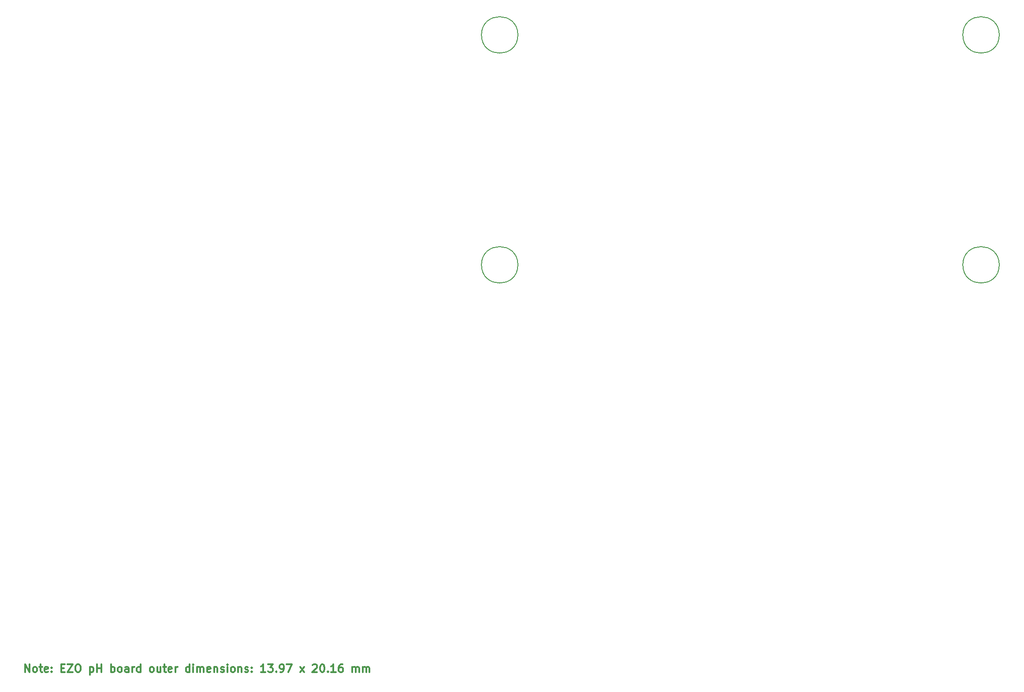
<source format=gbr>
%TF.GenerationSoftware,KiCad,Pcbnew,7.0.9*%
%TF.CreationDate,2024-04-08T18:15:03-04:00*%
%TF.ProjectId,WIRED-pH-EZO-Carrier-revA1,57495245-442d-4704-982d-455a4f2d4361,revA1*%
%TF.SameCoordinates,Original*%
%TF.FileFunction,Other,Comment*%
%FSLAX46Y46*%
G04 Gerber Fmt 4.6, Leading zero omitted, Abs format (unit mm)*
G04 Created by KiCad (PCBNEW 7.0.9) date 2024-04-08 18:15:03*
%MOMM*%
%LPD*%
G01*
G04 APERTURE LIST*
%ADD10C,0.300000*%
%ADD11C,0.150000*%
G04 APERTURE END LIST*
D10*
X18842510Y-185474828D02*
X18842510Y-183974828D01*
X18842510Y-183974828D02*
X19699653Y-185474828D01*
X19699653Y-185474828D02*
X19699653Y-183974828D01*
X20628225Y-185474828D02*
X20485368Y-185403400D01*
X20485368Y-185403400D02*
X20413939Y-185331971D01*
X20413939Y-185331971D02*
X20342511Y-185189114D01*
X20342511Y-185189114D02*
X20342511Y-184760542D01*
X20342511Y-184760542D02*
X20413939Y-184617685D01*
X20413939Y-184617685D02*
X20485368Y-184546257D01*
X20485368Y-184546257D02*
X20628225Y-184474828D01*
X20628225Y-184474828D02*
X20842511Y-184474828D01*
X20842511Y-184474828D02*
X20985368Y-184546257D01*
X20985368Y-184546257D02*
X21056797Y-184617685D01*
X21056797Y-184617685D02*
X21128225Y-184760542D01*
X21128225Y-184760542D02*
X21128225Y-185189114D01*
X21128225Y-185189114D02*
X21056797Y-185331971D01*
X21056797Y-185331971D02*
X20985368Y-185403400D01*
X20985368Y-185403400D02*
X20842511Y-185474828D01*
X20842511Y-185474828D02*
X20628225Y-185474828D01*
X21556797Y-184474828D02*
X22128225Y-184474828D01*
X21771082Y-183974828D02*
X21771082Y-185260542D01*
X21771082Y-185260542D02*
X21842511Y-185403400D01*
X21842511Y-185403400D02*
X21985368Y-185474828D01*
X21985368Y-185474828D02*
X22128225Y-185474828D01*
X23199654Y-185403400D02*
X23056797Y-185474828D01*
X23056797Y-185474828D02*
X22771083Y-185474828D01*
X22771083Y-185474828D02*
X22628225Y-185403400D01*
X22628225Y-185403400D02*
X22556797Y-185260542D01*
X22556797Y-185260542D02*
X22556797Y-184689114D01*
X22556797Y-184689114D02*
X22628225Y-184546257D01*
X22628225Y-184546257D02*
X22771083Y-184474828D01*
X22771083Y-184474828D02*
X23056797Y-184474828D01*
X23056797Y-184474828D02*
X23199654Y-184546257D01*
X23199654Y-184546257D02*
X23271083Y-184689114D01*
X23271083Y-184689114D02*
X23271083Y-184831971D01*
X23271083Y-184831971D02*
X22556797Y-184974828D01*
X23913939Y-185331971D02*
X23985368Y-185403400D01*
X23985368Y-185403400D02*
X23913939Y-185474828D01*
X23913939Y-185474828D02*
X23842511Y-185403400D01*
X23842511Y-185403400D02*
X23913939Y-185331971D01*
X23913939Y-185331971D02*
X23913939Y-185474828D01*
X23913939Y-184546257D02*
X23985368Y-184617685D01*
X23985368Y-184617685D02*
X23913939Y-184689114D01*
X23913939Y-184689114D02*
X23842511Y-184617685D01*
X23842511Y-184617685D02*
X23913939Y-184546257D01*
X23913939Y-184546257D02*
X23913939Y-184689114D01*
X25771082Y-184689114D02*
X26271082Y-184689114D01*
X26485368Y-185474828D02*
X25771082Y-185474828D01*
X25771082Y-185474828D02*
X25771082Y-183974828D01*
X25771082Y-183974828D02*
X26485368Y-183974828D01*
X26985368Y-183974828D02*
X27985368Y-183974828D01*
X27985368Y-183974828D02*
X26985368Y-185474828D01*
X26985368Y-185474828D02*
X27985368Y-185474828D01*
X28842511Y-183974828D02*
X29128225Y-183974828D01*
X29128225Y-183974828D02*
X29271082Y-184046257D01*
X29271082Y-184046257D02*
X29413939Y-184189114D01*
X29413939Y-184189114D02*
X29485368Y-184474828D01*
X29485368Y-184474828D02*
X29485368Y-184974828D01*
X29485368Y-184974828D02*
X29413939Y-185260542D01*
X29413939Y-185260542D02*
X29271082Y-185403400D01*
X29271082Y-185403400D02*
X29128225Y-185474828D01*
X29128225Y-185474828D02*
X28842511Y-185474828D01*
X28842511Y-185474828D02*
X28699654Y-185403400D01*
X28699654Y-185403400D02*
X28556796Y-185260542D01*
X28556796Y-185260542D02*
X28485368Y-184974828D01*
X28485368Y-184974828D02*
X28485368Y-184474828D01*
X28485368Y-184474828D02*
X28556796Y-184189114D01*
X28556796Y-184189114D02*
X28699654Y-184046257D01*
X28699654Y-184046257D02*
X28842511Y-183974828D01*
X31271082Y-184474828D02*
X31271082Y-185974828D01*
X31271082Y-184546257D02*
X31413940Y-184474828D01*
X31413940Y-184474828D02*
X31699654Y-184474828D01*
X31699654Y-184474828D02*
X31842511Y-184546257D01*
X31842511Y-184546257D02*
X31913940Y-184617685D01*
X31913940Y-184617685D02*
X31985368Y-184760542D01*
X31985368Y-184760542D02*
X31985368Y-185189114D01*
X31985368Y-185189114D02*
X31913940Y-185331971D01*
X31913940Y-185331971D02*
X31842511Y-185403400D01*
X31842511Y-185403400D02*
X31699654Y-185474828D01*
X31699654Y-185474828D02*
X31413940Y-185474828D01*
X31413940Y-185474828D02*
X31271082Y-185403400D01*
X32628225Y-185474828D02*
X32628225Y-183974828D01*
X32628225Y-184689114D02*
X33485368Y-184689114D01*
X33485368Y-185474828D02*
X33485368Y-183974828D01*
X35342511Y-185474828D02*
X35342511Y-183974828D01*
X35342511Y-184546257D02*
X35485369Y-184474828D01*
X35485369Y-184474828D02*
X35771083Y-184474828D01*
X35771083Y-184474828D02*
X35913940Y-184546257D01*
X35913940Y-184546257D02*
X35985369Y-184617685D01*
X35985369Y-184617685D02*
X36056797Y-184760542D01*
X36056797Y-184760542D02*
X36056797Y-185189114D01*
X36056797Y-185189114D02*
X35985369Y-185331971D01*
X35985369Y-185331971D02*
X35913940Y-185403400D01*
X35913940Y-185403400D02*
X35771083Y-185474828D01*
X35771083Y-185474828D02*
X35485369Y-185474828D01*
X35485369Y-185474828D02*
X35342511Y-185403400D01*
X36913940Y-185474828D02*
X36771083Y-185403400D01*
X36771083Y-185403400D02*
X36699654Y-185331971D01*
X36699654Y-185331971D02*
X36628226Y-185189114D01*
X36628226Y-185189114D02*
X36628226Y-184760542D01*
X36628226Y-184760542D02*
X36699654Y-184617685D01*
X36699654Y-184617685D02*
X36771083Y-184546257D01*
X36771083Y-184546257D02*
X36913940Y-184474828D01*
X36913940Y-184474828D02*
X37128226Y-184474828D01*
X37128226Y-184474828D02*
X37271083Y-184546257D01*
X37271083Y-184546257D02*
X37342512Y-184617685D01*
X37342512Y-184617685D02*
X37413940Y-184760542D01*
X37413940Y-184760542D02*
X37413940Y-185189114D01*
X37413940Y-185189114D02*
X37342512Y-185331971D01*
X37342512Y-185331971D02*
X37271083Y-185403400D01*
X37271083Y-185403400D02*
X37128226Y-185474828D01*
X37128226Y-185474828D02*
X36913940Y-185474828D01*
X38699655Y-185474828D02*
X38699655Y-184689114D01*
X38699655Y-184689114D02*
X38628226Y-184546257D01*
X38628226Y-184546257D02*
X38485369Y-184474828D01*
X38485369Y-184474828D02*
X38199655Y-184474828D01*
X38199655Y-184474828D02*
X38056797Y-184546257D01*
X38699655Y-185403400D02*
X38556797Y-185474828D01*
X38556797Y-185474828D02*
X38199655Y-185474828D01*
X38199655Y-185474828D02*
X38056797Y-185403400D01*
X38056797Y-185403400D02*
X37985369Y-185260542D01*
X37985369Y-185260542D02*
X37985369Y-185117685D01*
X37985369Y-185117685D02*
X38056797Y-184974828D01*
X38056797Y-184974828D02*
X38199655Y-184903400D01*
X38199655Y-184903400D02*
X38556797Y-184903400D01*
X38556797Y-184903400D02*
X38699655Y-184831971D01*
X39413940Y-185474828D02*
X39413940Y-184474828D01*
X39413940Y-184760542D02*
X39485369Y-184617685D01*
X39485369Y-184617685D02*
X39556798Y-184546257D01*
X39556798Y-184546257D02*
X39699655Y-184474828D01*
X39699655Y-184474828D02*
X39842512Y-184474828D01*
X40985369Y-185474828D02*
X40985369Y-183974828D01*
X40985369Y-185403400D02*
X40842511Y-185474828D01*
X40842511Y-185474828D02*
X40556797Y-185474828D01*
X40556797Y-185474828D02*
X40413940Y-185403400D01*
X40413940Y-185403400D02*
X40342511Y-185331971D01*
X40342511Y-185331971D02*
X40271083Y-185189114D01*
X40271083Y-185189114D02*
X40271083Y-184760542D01*
X40271083Y-184760542D02*
X40342511Y-184617685D01*
X40342511Y-184617685D02*
X40413940Y-184546257D01*
X40413940Y-184546257D02*
X40556797Y-184474828D01*
X40556797Y-184474828D02*
X40842511Y-184474828D01*
X40842511Y-184474828D02*
X40985369Y-184546257D01*
X43056797Y-185474828D02*
X42913940Y-185403400D01*
X42913940Y-185403400D02*
X42842511Y-185331971D01*
X42842511Y-185331971D02*
X42771083Y-185189114D01*
X42771083Y-185189114D02*
X42771083Y-184760542D01*
X42771083Y-184760542D02*
X42842511Y-184617685D01*
X42842511Y-184617685D02*
X42913940Y-184546257D01*
X42913940Y-184546257D02*
X43056797Y-184474828D01*
X43056797Y-184474828D02*
X43271083Y-184474828D01*
X43271083Y-184474828D02*
X43413940Y-184546257D01*
X43413940Y-184546257D02*
X43485369Y-184617685D01*
X43485369Y-184617685D02*
X43556797Y-184760542D01*
X43556797Y-184760542D02*
X43556797Y-185189114D01*
X43556797Y-185189114D02*
X43485369Y-185331971D01*
X43485369Y-185331971D02*
X43413940Y-185403400D01*
X43413940Y-185403400D02*
X43271083Y-185474828D01*
X43271083Y-185474828D02*
X43056797Y-185474828D01*
X44842512Y-184474828D02*
X44842512Y-185474828D01*
X44199654Y-184474828D02*
X44199654Y-185260542D01*
X44199654Y-185260542D02*
X44271083Y-185403400D01*
X44271083Y-185403400D02*
X44413940Y-185474828D01*
X44413940Y-185474828D02*
X44628226Y-185474828D01*
X44628226Y-185474828D02*
X44771083Y-185403400D01*
X44771083Y-185403400D02*
X44842512Y-185331971D01*
X45342512Y-184474828D02*
X45913940Y-184474828D01*
X45556797Y-183974828D02*
X45556797Y-185260542D01*
X45556797Y-185260542D02*
X45628226Y-185403400D01*
X45628226Y-185403400D02*
X45771083Y-185474828D01*
X45771083Y-185474828D02*
X45913940Y-185474828D01*
X46985369Y-185403400D02*
X46842512Y-185474828D01*
X46842512Y-185474828D02*
X46556798Y-185474828D01*
X46556798Y-185474828D02*
X46413940Y-185403400D01*
X46413940Y-185403400D02*
X46342512Y-185260542D01*
X46342512Y-185260542D02*
X46342512Y-184689114D01*
X46342512Y-184689114D02*
X46413940Y-184546257D01*
X46413940Y-184546257D02*
X46556798Y-184474828D01*
X46556798Y-184474828D02*
X46842512Y-184474828D01*
X46842512Y-184474828D02*
X46985369Y-184546257D01*
X46985369Y-184546257D02*
X47056798Y-184689114D01*
X47056798Y-184689114D02*
X47056798Y-184831971D01*
X47056798Y-184831971D02*
X46342512Y-184974828D01*
X47699654Y-185474828D02*
X47699654Y-184474828D01*
X47699654Y-184760542D02*
X47771083Y-184617685D01*
X47771083Y-184617685D02*
X47842512Y-184546257D01*
X47842512Y-184546257D02*
X47985369Y-184474828D01*
X47985369Y-184474828D02*
X48128226Y-184474828D01*
X50413940Y-185474828D02*
X50413940Y-183974828D01*
X50413940Y-185403400D02*
X50271082Y-185474828D01*
X50271082Y-185474828D02*
X49985368Y-185474828D01*
X49985368Y-185474828D02*
X49842511Y-185403400D01*
X49842511Y-185403400D02*
X49771082Y-185331971D01*
X49771082Y-185331971D02*
X49699654Y-185189114D01*
X49699654Y-185189114D02*
X49699654Y-184760542D01*
X49699654Y-184760542D02*
X49771082Y-184617685D01*
X49771082Y-184617685D02*
X49842511Y-184546257D01*
X49842511Y-184546257D02*
X49985368Y-184474828D01*
X49985368Y-184474828D02*
X50271082Y-184474828D01*
X50271082Y-184474828D02*
X50413940Y-184546257D01*
X51128225Y-185474828D02*
X51128225Y-184474828D01*
X51128225Y-183974828D02*
X51056797Y-184046257D01*
X51056797Y-184046257D02*
X51128225Y-184117685D01*
X51128225Y-184117685D02*
X51199654Y-184046257D01*
X51199654Y-184046257D02*
X51128225Y-183974828D01*
X51128225Y-183974828D02*
X51128225Y-184117685D01*
X51842511Y-185474828D02*
X51842511Y-184474828D01*
X51842511Y-184617685D02*
X51913940Y-184546257D01*
X51913940Y-184546257D02*
X52056797Y-184474828D01*
X52056797Y-184474828D02*
X52271083Y-184474828D01*
X52271083Y-184474828D02*
X52413940Y-184546257D01*
X52413940Y-184546257D02*
X52485369Y-184689114D01*
X52485369Y-184689114D02*
X52485369Y-185474828D01*
X52485369Y-184689114D02*
X52556797Y-184546257D01*
X52556797Y-184546257D02*
X52699654Y-184474828D01*
X52699654Y-184474828D02*
X52913940Y-184474828D01*
X52913940Y-184474828D02*
X53056797Y-184546257D01*
X53056797Y-184546257D02*
X53128226Y-184689114D01*
X53128226Y-184689114D02*
X53128226Y-185474828D01*
X54413940Y-185403400D02*
X54271083Y-185474828D01*
X54271083Y-185474828D02*
X53985369Y-185474828D01*
X53985369Y-185474828D02*
X53842511Y-185403400D01*
X53842511Y-185403400D02*
X53771083Y-185260542D01*
X53771083Y-185260542D02*
X53771083Y-184689114D01*
X53771083Y-184689114D02*
X53842511Y-184546257D01*
X53842511Y-184546257D02*
X53985369Y-184474828D01*
X53985369Y-184474828D02*
X54271083Y-184474828D01*
X54271083Y-184474828D02*
X54413940Y-184546257D01*
X54413940Y-184546257D02*
X54485369Y-184689114D01*
X54485369Y-184689114D02*
X54485369Y-184831971D01*
X54485369Y-184831971D02*
X53771083Y-184974828D01*
X55128225Y-184474828D02*
X55128225Y-185474828D01*
X55128225Y-184617685D02*
X55199654Y-184546257D01*
X55199654Y-184546257D02*
X55342511Y-184474828D01*
X55342511Y-184474828D02*
X55556797Y-184474828D01*
X55556797Y-184474828D02*
X55699654Y-184546257D01*
X55699654Y-184546257D02*
X55771083Y-184689114D01*
X55771083Y-184689114D02*
X55771083Y-185474828D01*
X56413940Y-185403400D02*
X56556797Y-185474828D01*
X56556797Y-185474828D02*
X56842511Y-185474828D01*
X56842511Y-185474828D02*
X56985368Y-185403400D01*
X56985368Y-185403400D02*
X57056797Y-185260542D01*
X57056797Y-185260542D02*
X57056797Y-185189114D01*
X57056797Y-185189114D02*
X56985368Y-185046257D01*
X56985368Y-185046257D02*
X56842511Y-184974828D01*
X56842511Y-184974828D02*
X56628226Y-184974828D01*
X56628226Y-184974828D02*
X56485368Y-184903400D01*
X56485368Y-184903400D02*
X56413940Y-184760542D01*
X56413940Y-184760542D02*
X56413940Y-184689114D01*
X56413940Y-184689114D02*
X56485368Y-184546257D01*
X56485368Y-184546257D02*
X56628226Y-184474828D01*
X56628226Y-184474828D02*
X56842511Y-184474828D01*
X56842511Y-184474828D02*
X56985368Y-184546257D01*
X57699654Y-185474828D02*
X57699654Y-184474828D01*
X57699654Y-183974828D02*
X57628226Y-184046257D01*
X57628226Y-184046257D02*
X57699654Y-184117685D01*
X57699654Y-184117685D02*
X57771083Y-184046257D01*
X57771083Y-184046257D02*
X57699654Y-183974828D01*
X57699654Y-183974828D02*
X57699654Y-184117685D01*
X58628226Y-185474828D02*
X58485369Y-185403400D01*
X58485369Y-185403400D02*
X58413940Y-185331971D01*
X58413940Y-185331971D02*
X58342512Y-185189114D01*
X58342512Y-185189114D02*
X58342512Y-184760542D01*
X58342512Y-184760542D02*
X58413940Y-184617685D01*
X58413940Y-184617685D02*
X58485369Y-184546257D01*
X58485369Y-184546257D02*
X58628226Y-184474828D01*
X58628226Y-184474828D02*
X58842512Y-184474828D01*
X58842512Y-184474828D02*
X58985369Y-184546257D01*
X58985369Y-184546257D02*
X59056798Y-184617685D01*
X59056798Y-184617685D02*
X59128226Y-184760542D01*
X59128226Y-184760542D02*
X59128226Y-185189114D01*
X59128226Y-185189114D02*
X59056798Y-185331971D01*
X59056798Y-185331971D02*
X58985369Y-185403400D01*
X58985369Y-185403400D02*
X58842512Y-185474828D01*
X58842512Y-185474828D02*
X58628226Y-185474828D01*
X59771083Y-184474828D02*
X59771083Y-185474828D01*
X59771083Y-184617685D02*
X59842512Y-184546257D01*
X59842512Y-184546257D02*
X59985369Y-184474828D01*
X59985369Y-184474828D02*
X60199655Y-184474828D01*
X60199655Y-184474828D02*
X60342512Y-184546257D01*
X60342512Y-184546257D02*
X60413941Y-184689114D01*
X60413941Y-184689114D02*
X60413941Y-185474828D01*
X61056798Y-185403400D02*
X61199655Y-185474828D01*
X61199655Y-185474828D02*
X61485369Y-185474828D01*
X61485369Y-185474828D02*
X61628226Y-185403400D01*
X61628226Y-185403400D02*
X61699655Y-185260542D01*
X61699655Y-185260542D02*
X61699655Y-185189114D01*
X61699655Y-185189114D02*
X61628226Y-185046257D01*
X61628226Y-185046257D02*
X61485369Y-184974828D01*
X61485369Y-184974828D02*
X61271084Y-184974828D01*
X61271084Y-184974828D02*
X61128226Y-184903400D01*
X61128226Y-184903400D02*
X61056798Y-184760542D01*
X61056798Y-184760542D02*
X61056798Y-184689114D01*
X61056798Y-184689114D02*
X61128226Y-184546257D01*
X61128226Y-184546257D02*
X61271084Y-184474828D01*
X61271084Y-184474828D02*
X61485369Y-184474828D01*
X61485369Y-184474828D02*
X61628226Y-184546257D01*
X62342512Y-185331971D02*
X62413941Y-185403400D01*
X62413941Y-185403400D02*
X62342512Y-185474828D01*
X62342512Y-185474828D02*
X62271084Y-185403400D01*
X62271084Y-185403400D02*
X62342512Y-185331971D01*
X62342512Y-185331971D02*
X62342512Y-185474828D01*
X62342512Y-184546257D02*
X62413941Y-184617685D01*
X62413941Y-184617685D02*
X62342512Y-184689114D01*
X62342512Y-184689114D02*
X62271084Y-184617685D01*
X62271084Y-184617685D02*
X62342512Y-184546257D01*
X62342512Y-184546257D02*
X62342512Y-184689114D01*
X64985370Y-185474828D02*
X64128227Y-185474828D01*
X64556798Y-185474828D02*
X64556798Y-183974828D01*
X64556798Y-183974828D02*
X64413941Y-184189114D01*
X64413941Y-184189114D02*
X64271084Y-184331971D01*
X64271084Y-184331971D02*
X64128227Y-184403400D01*
X65485369Y-183974828D02*
X66413941Y-183974828D01*
X66413941Y-183974828D02*
X65913941Y-184546257D01*
X65913941Y-184546257D02*
X66128226Y-184546257D01*
X66128226Y-184546257D02*
X66271084Y-184617685D01*
X66271084Y-184617685D02*
X66342512Y-184689114D01*
X66342512Y-184689114D02*
X66413941Y-184831971D01*
X66413941Y-184831971D02*
X66413941Y-185189114D01*
X66413941Y-185189114D02*
X66342512Y-185331971D01*
X66342512Y-185331971D02*
X66271084Y-185403400D01*
X66271084Y-185403400D02*
X66128226Y-185474828D01*
X66128226Y-185474828D02*
X65699655Y-185474828D01*
X65699655Y-185474828D02*
X65556798Y-185403400D01*
X65556798Y-185403400D02*
X65485369Y-185331971D01*
X67056797Y-185331971D02*
X67128226Y-185403400D01*
X67128226Y-185403400D02*
X67056797Y-185474828D01*
X67056797Y-185474828D02*
X66985369Y-185403400D01*
X66985369Y-185403400D02*
X67056797Y-185331971D01*
X67056797Y-185331971D02*
X67056797Y-185474828D01*
X67842512Y-185474828D02*
X68128226Y-185474828D01*
X68128226Y-185474828D02*
X68271083Y-185403400D01*
X68271083Y-185403400D02*
X68342512Y-185331971D01*
X68342512Y-185331971D02*
X68485369Y-185117685D01*
X68485369Y-185117685D02*
X68556798Y-184831971D01*
X68556798Y-184831971D02*
X68556798Y-184260542D01*
X68556798Y-184260542D02*
X68485369Y-184117685D01*
X68485369Y-184117685D02*
X68413941Y-184046257D01*
X68413941Y-184046257D02*
X68271083Y-183974828D01*
X68271083Y-183974828D02*
X67985369Y-183974828D01*
X67985369Y-183974828D02*
X67842512Y-184046257D01*
X67842512Y-184046257D02*
X67771083Y-184117685D01*
X67771083Y-184117685D02*
X67699655Y-184260542D01*
X67699655Y-184260542D02*
X67699655Y-184617685D01*
X67699655Y-184617685D02*
X67771083Y-184760542D01*
X67771083Y-184760542D02*
X67842512Y-184831971D01*
X67842512Y-184831971D02*
X67985369Y-184903400D01*
X67985369Y-184903400D02*
X68271083Y-184903400D01*
X68271083Y-184903400D02*
X68413941Y-184831971D01*
X68413941Y-184831971D02*
X68485369Y-184760542D01*
X68485369Y-184760542D02*
X68556798Y-184617685D01*
X69056797Y-183974828D02*
X70056797Y-183974828D01*
X70056797Y-183974828D02*
X69413940Y-185474828D01*
X71628225Y-185474828D02*
X72413940Y-184474828D01*
X71628225Y-184474828D02*
X72413940Y-185474828D01*
X74056797Y-184117685D02*
X74128225Y-184046257D01*
X74128225Y-184046257D02*
X74271083Y-183974828D01*
X74271083Y-183974828D02*
X74628225Y-183974828D01*
X74628225Y-183974828D02*
X74771083Y-184046257D01*
X74771083Y-184046257D02*
X74842511Y-184117685D01*
X74842511Y-184117685D02*
X74913940Y-184260542D01*
X74913940Y-184260542D02*
X74913940Y-184403400D01*
X74913940Y-184403400D02*
X74842511Y-184617685D01*
X74842511Y-184617685D02*
X73985368Y-185474828D01*
X73985368Y-185474828D02*
X74913940Y-185474828D01*
X75842511Y-183974828D02*
X75985368Y-183974828D01*
X75985368Y-183974828D02*
X76128225Y-184046257D01*
X76128225Y-184046257D02*
X76199654Y-184117685D01*
X76199654Y-184117685D02*
X76271082Y-184260542D01*
X76271082Y-184260542D02*
X76342511Y-184546257D01*
X76342511Y-184546257D02*
X76342511Y-184903400D01*
X76342511Y-184903400D02*
X76271082Y-185189114D01*
X76271082Y-185189114D02*
X76199654Y-185331971D01*
X76199654Y-185331971D02*
X76128225Y-185403400D01*
X76128225Y-185403400D02*
X75985368Y-185474828D01*
X75985368Y-185474828D02*
X75842511Y-185474828D01*
X75842511Y-185474828D02*
X75699654Y-185403400D01*
X75699654Y-185403400D02*
X75628225Y-185331971D01*
X75628225Y-185331971D02*
X75556796Y-185189114D01*
X75556796Y-185189114D02*
X75485368Y-184903400D01*
X75485368Y-184903400D02*
X75485368Y-184546257D01*
X75485368Y-184546257D02*
X75556796Y-184260542D01*
X75556796Y-184260542D02*
X75628225Y-184117685D01*
X75628225Y-184117685D02*
X75699654Y-184046257D01*
X75699654Y-184046257D02*
X75842511Y-183974828D01*
X76985367Y-185331971D02*
X77056796Y-185403400D01*
X77056796Y-185403400D02*
X76985367Y-185474828D01*
X76985367Y-185474828D02*
X76913939Y-185403400D01*
X76913939Y-185403400D02*
X76985367Y-185331971D01*
X76985367Y-185331971D02*
X76985367Y-185474828D01*
X78485368Y-185474828D02*
X77628225Y-185474828D01*
X78056796Y-185474828D02*
X78056796Y-183974828D01*
X78056796Y-183974828D02*
X77913939Y-184189114D01*
X77913939Y-184189114D02*
X77771082Y-184331971D01*
X77771082Y-184331971D02*
X77628225Y-184403400D01*
X79771082Y-183974828D02*
X79485367Y-183974828D01*
X79485367Y-183974828D02*
X79342510Y-184046257D01*
X79342510Y-184046257D02*
X79271082Y-184117685D01*
X79271082Y-184117685D02*
X79128224Y-184331971D01*
X79128224Y-184331971D02*
X79056796Y-184617685D01*
X79056796Y-184617685D02*
X79056796Y-185189114D01*
X79056796Y-185189114D02*
X79128224Y-185331971D01*
X79128224Y-185331971D02*
X79199653Y-185403400D01*
X79199653Y-185403400D02*
X79342510Y-185474828D01*
X79342510Y-185474828D02*
X79628224Y-185474828D01*
X79628224Y-185474828D02*
X79771082Y-185403400D01*
X79771082Y-185403400D02*
X79842510Y-185331971D01*
X79842510Y-185331971D02*
X79913939Y-185189114D01*
X79913939Y-185189114D02*
X79913939Y-184831971D01*
X79913939Y-184831971D02*
X79842510Y-184689114D01*
X79842510Y-184689114D02*
X79771082Y-184617685D01*
X79771082Y-184617685D02*
X79628224Y-184546257D01*
X79628224Y-184546257D02*
X79342510Y-184546257D01*
X79342510Y-184546257D02*
X79199653Y-184617685D01*
X79199653Y-184617685D02*
X79128224Y-184689114D01*
X79128224Y-184689114D02*
X79056796Y-184831971D01*
X81699652Y-185474828D02*
X81699652Y-184474828D01*
X81699652Y-184617685D02*
X81771081Y-184546257D01*
X81771081Y-184546257D02*
X81913938Y-184474828D01*
X81913938Y-184474828D02*
X82128224Y-184474828D01*
X82128224Y-184474828D02*
X82271081Y-184546257D01*
X82271081Y-184546257D02*
X82342510Y-184689114D01*
X82342510Y-184689114D02*
X82342510Y-185474828D01*
X82342510Y-184689114D02*
X82413938Y-184546257D01*
X82413938Y-184546257D02*
X82556795Y-184474828D01*
X82556795Y-184474828D02*
X82771081Y-184474828D01*
X82771081Y-184474828D02*
X82913938Y-184546257D01*
X82913938Y-184546257D02*
X82985367Y-184689114D01*
X82985367Y-184689114D02*
X82985367Y-185474828D01*
X83699652Y-185474828D02*
X83699652Y-184474828D01*
X83699652Y-184617685D02*
X83771081Y-184546257D01*
X83771081Y-184546257D02*
X83913938Y-184474828D01*
X83913938Y-184474828D02*
X84128224Y-184474828D01*
X84128224Y-184474828D02*
X84271081Y-184546257D01*
X84271081Y-184546257D02*
X84342510Y-184689114D01*
X84342510Y-184689114D02*
X84342510Y-185474828D01*
X84342510Y-184689114D02*
X84413938Y-184546257D01*
X84413938Y-184546257D02*
X84556795Y-184474828D01*
X84556795Y-184474828D02*
X84771081Y-184474828D01*
X84771081Y-184474828D02*
X84913938Y-184546257D01*
X84913938Y-184546257D02*
X84985367Y-184689114D01*
X84985367Y-184689114D02*
X84985367Y-185474828D01*
D11*
%TO.C,H1*%
X113482000Y-62992000D02*
G75*
G03*
X113482000Y-62992000I-3500000J0D01*
G01*
%TO.C,H3*%
X205938000Y-107188000D02*
G75*
G03*
X205938000Y-107188000I-3500000J0D01*
G01*
%TO.C,H2*%
X205938000Y-62992000D02*
G75*
G03*
X205938000Y-62992000I-3500000J0D01*
G01*
%TO.C,H4*%
X113482000Y-107188000D02*
G75*
G03*
X113482000Y-107188000I-3500000J0D01*
G01*
%TD*%
M02*

</source>
